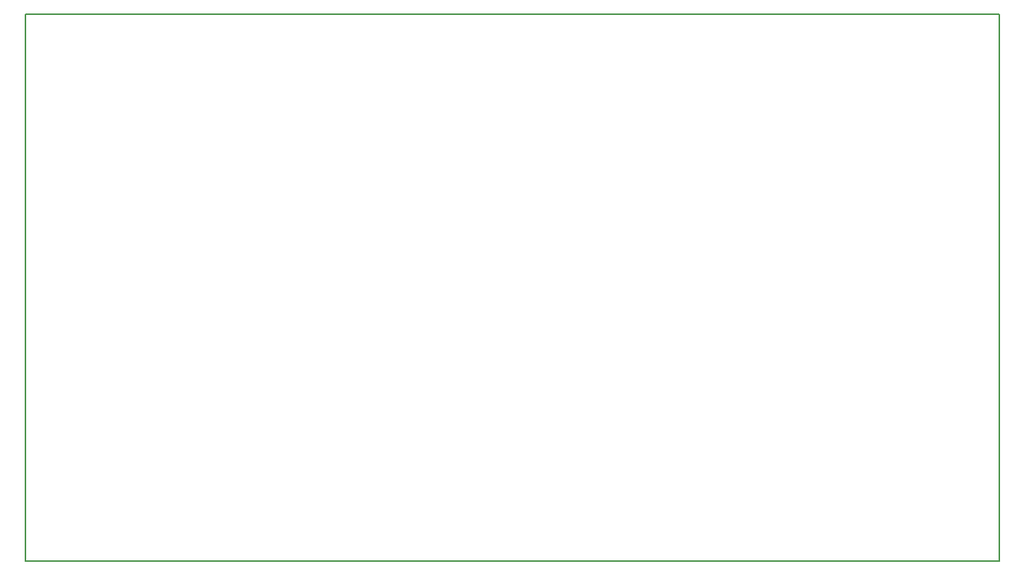
<source format=gko>
G04 (created by PCBNEW (2013-07-07 BZR 4022)-stable) date 10/6/2014 4:48:18 PM*
%MOIN*%
G04 Gerber Fmt 3.4, Leading zero omitted, Abs format*
%FSLAX34Y34*%
G01*
G70*
G90*
G04 APERTURE LIST*
%ADD10C,0.00590551*%
%ADD11C,0.00787402*%
G04 APERTURE END LIST*
G54D10*
G54D11*
X29800Y-36200D02*
X29800Y-11800D01*
X73200Y-36200D02*
X29800Y-36200D01*
X73200Y-11800D02*
X73200Y-36200D01*
X29800Y-11800D02*
X73200Y-11800D01*
M02*

</source>
